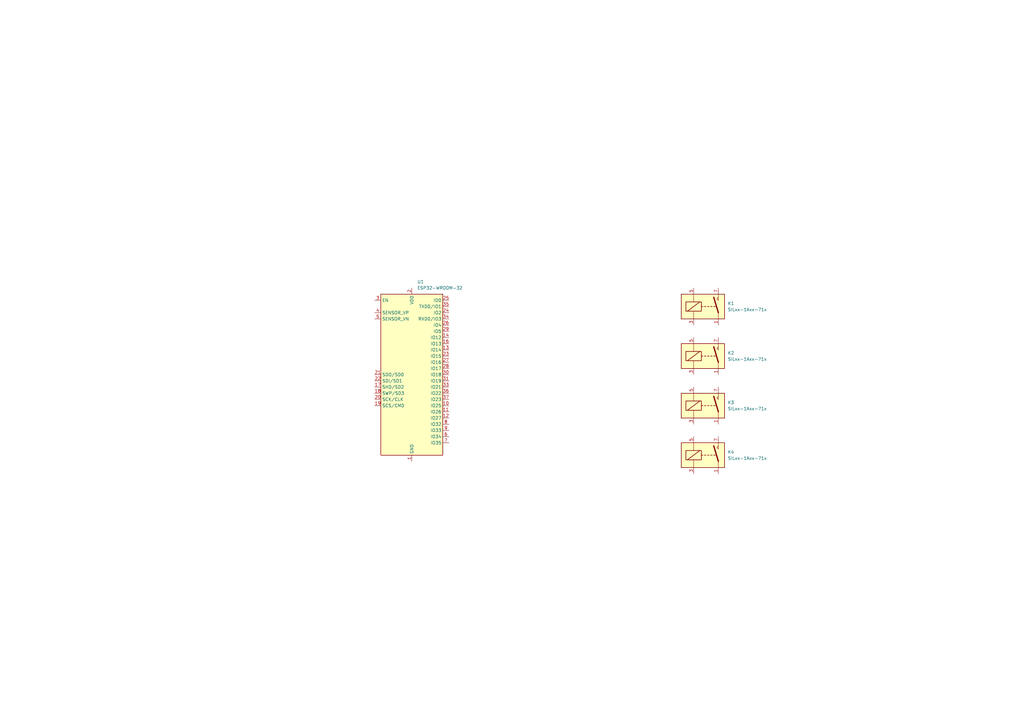
<source format=kicad_sch>
(kicad_sch (version 20231120) (generator "eeschema") (generator_version "8.0")
  (paper "A3")
  (title_block (title "CIRCUIT - AWDS") (date "31/07/2025") (rev "1"))
  (lib_symbols
    (symbol "RF_Module:ESP32-WROOM-32"
      (property "Reference" "U" (at -12.7 34.29 0))
      (property "Value" "ESP32-WROOM-32" (at 1.27 34.29 0))
      (symbol "ESP32-WROOM-32_0_1"
        (rectangle (start -12.7 33.02) (end 12.7 -33.02) (stroke (width 0.254)) (fill (type background)))
      )
      (symbol "ESP32-WROOM-32_1_1"
        (pin power_in line (at 0 -35.56 90) (length 2.54) (name "GND") (number "1"))
        (pin bidirectional line (at 15.24 -12.7 180) (length 2.54) (name "IO25") (number "10"))
        (pin bidirectional line (at 15.24 -15.24 180) (length 2.54) (name "IO26") (number "11"))
        (pin bidirectional line (at 15.24 -17.78 180) (length 2.54) (name "IO27") (number "12"))
        (pin bidirectional line (at 15.24 10.16 180) (length 2.54) (name "IO14") (number "13"))
        (pin bidirectional line (at 15.24 15.24 180) (length 2.54) (name "IO12") (number "14"))
        (pin passive line (at 0 -35.56 90) (length 2.54) hide (name "GND") (number "15"))
        (pin bidirectional line (at 15.24 12.7 180) (length 2.54) (name "IO13") (number "16"))
        (pin bidirectional line (at -15.24 -5.08 0) (length 2.54) (name "SHD/SD2") (number "17"))
        (pin bidirectional line (at -15.24 -7.62 0) (length 2.54) (name "SWP/SD3") (number "18"))
        (pin bidirectional line (at -15.24 -12.7 0) (length 2.54) (name "SCS/CMD") (number "19"))
        (pin power_in line (at 0 35.56 270) (length 2.54) (name "VDD") (number "2"))
        (pin bidirectional line (at -15.24 -10.16 0) (length 2.54) (name "SCK/CLK") (number "20"))
        (pin bidirectional line (at -15.24 0 0) (length 2.54) (name "SDO/SD0") (number "21"))
        (pin bidirectional line (at -15.24 -2.54 0) (length 2.54) (name "SDI/SD1") (number "22"))
        (pin bidirectional line (at 15.24 7.62 180) (length 2.54) (name "IO15") (number "23"))
        (pin bidirectional line (at 15.24 25.4 180) (length 2.54) (name "IO2") (number "24"))
        (pin bidirectional line (at 15.24 30.48 180) (length 2.54) (name "IO0") (number "25"))
        (pin bidirectional line (at 15.24 20.32 180) (length 2.54) (name "IO4") (number "26"))
        (pin bidirectional line (at 15.24 5.08 180) (length 2.54) (name "IO16") (number "27"))
        (pin bidirectional line (at 15.24 2.54 180) (length 2.54) (name "IO17") (number "28"))
        (pin bidirectional line (at 15.24 17.78 180) (length 2.54) (name "IO5") (number "29"))
        (pin input line (at -15.24 30.48 0) (length 2.54) (name "EN") (number "3"))
        (pin bidirectional line (at 15.24 0 180) (length 2.54) (name "IO18") (number "30"))
        (pin bidirectional line (at 15.24 -2.54 180) (length 2.54) (name "IO19") (number "31"))
        (pin no_connect line (at -12.7 -27.94 0) (length 2.54) hide (name "NC") (number "32"))
        (pin bidirectional line (at 15.24 -5.08 180) (length 2.54) (name "IO21") (number "33"))
        (pin bidirectional line (at 15.24 22.86 180) (length 2.54) (name "RXD0/IO3") (number "34"))
        (pin bidirectional line (at 15.24 27.94 180) (length 2.54) (name "TXD0/IO1") (number "35"))
        (pin bidirectional line (at 15.24 -7.62 180) (length 2.54) (name "IO22") (number "36"))
        (pin bidirectional line (at 15.24 -10.16 180) (length 2.54) (name "IO23") (number "37"))
        (pin passive line (at 0 -35.56 90) (length 2.54) hide (name "GND") (number "38"))
        (pin passive line (at 0 -35.56 90) (length 2.54) hide (name "GND") (number "39"))
        (pin input line (at -15.24 25.4 0) (length 2.54) (name "SENSOR_VP") (number "4"))
        (pin input line (at -15.24 22.86 0) (length 2.54) (name "SENSOR_VN") (number "5"))
        (pin input line (at 15.24 -25.4 180) (length 2.54) (name "IO34") (number "6"))
        (pin input line (at 15.24 -27.94 180) (length 2.54) (name "IO35") (number "7"))
        (pin bidirectional line (at 15.24 -20.32 180) (length 2.54) (name "IO32") (number "8"))
        (pin bidirectional line (at 15.24 -22.86 180) (length 2.54) (name "IO33") (number "9"))
      )
    )
    (symbol "Relay:SILxx-1Axx-71x"
      (property "Reference" "K" (at 8.89 3.81 0))
      (property "Value" "SILxx-1Axx-71x" (at 8.89 1.27 0))
      (symbol "SILxx-1Axx-71x_0_0"
        (polyline (pts (xy 5.08 5.08) (xy 5.08 2.54) (xy 4.445 3.175) (xy 5.08 3.81)))
      )
      (symbol "SILxx-1Axx-71x_0_1"
        (rectangle (start -10.16 5.08) (end 7.62 -5.08) (stroke (width 0.254)) (fill (type background)))
        (rectangle (start -8.255 1.905) (end -1.905 -1.905) (stroke (width 0.254)))
        (polyline (pts (xy -7.62 -1.905) (xy -2.54 1.905)) (stroke (width 0.254)))
        (polyline (pts (xy -5.08 -5.08) (xy -5.08 -1.905)))
        (polyline (pts (xy -5.08 5.08) (xy -5.08 1.905)))
        (polyline (pts (xy -1.905 0) (xy -1.27 0)) (stroke (width 0.254)))
        (polyline (pts (xy -0.635 0) (xy 0 0)) (stroke (width 0.254)))
        (polyline (pts (xy 0.635 0) (xy 1.27 0)) (stroke (width 0.254)))
        (polyline (pts (xy 1.905 0) (xy 2.54 0)) (stroke (width 0.254)))
        (polyline (pts (xy 3.175 0) (xy 3.81 0)) (stroke (width 0.254)))
        (polyline (pts (xy 5.08 -2.54) (xy 3.175 3.81)) (stroke (width 0.508)))
        (polyline (pts (xy 5.08 -2.54) (xy 5.08 -5.08)))
      )
      (symbol "SILxx-1Axx-71x_1_1"
        (pin passive line (at 5.08 -7.62 90) (length 2.54) (name "~") (number "1"))
        (pin passive line (at -5.08 -7.62 90) (length 2.54) (name "~") (number "3"))
        (pin passive line (at -5.08 7.62 270) (length 2.54) (name "~") (number "5"))
        (pin passive line (at 5.08 7.62 270) (length 2.54) (name "~") (number "7"))
      )
    )
  )
  (symbol (lib_id "RF_Module:ESP32-WROOM-32") (at 168.91 153.67 0) (unit 1)
    (property "Reference" "U1" (at 171.1041 115.57 0) (effects (justify left)))
    (property "Value" "ESP32-WROOM-32" (at 171.1041 118.11 0) (effects (justify left)))
    (property "Footprint" "RF_Module:ESP32-WROOM-32" (effects (hide yes)))
    (property "Datasheet" "https://www.espressif.com/sites/default/files/documentation/esp32-wroom-32_datasheet_en.pdf" (effects (hide yes)))
    (property "Description" "RF Module, ESP32-D0WDQ6 SoC, Wi-Fi 802.11b/g/n, Bluetooth, BLE, 32-bit, 2.7-3.6V, onboard antenna, SMD" (effects (hide yes)))
  )
  (symbol (lib_id "Relay:SILxx-1Axx-71x") (at 289.56 146.05 0) (unit 1)
    (property "Reference" "K2" (at 298.45 144.7799 0) (effects (justify left)))
    (property "Value" "SILxx-1Axx-71x" (at 298.45 147.3199 0) (effects (justify left)))
    (property "Footprint" "Relay_THT:Relay_SPST_StandexMeder_SIL_Form1A" (effects (hide yes)))
    (property "Datasheet" "https://standexelectronics.com/wp-content/uploads/datasheet_reed_relay_SIL.pdf" (effects (hide yes)))
    (property "Description" "Standex Meder SIL reed relay, SPST, Closing Contact" (effects (hide yes)))
  )
  (symbol (lib_id "Relay:SILxx-1Axx-71x") (at 289.56 125.73 0) (unit 1)
    (property "Reference" "K1" (at 298.45 124.4599 0) (effects (justify left)))
    (property "Value" "SILxx-1Axx-71x" (at 298.45 126.9999 0) (effects (justify left)))
    (property "Footprint" "Relay_THT:Relay_SPST_StandexMeder_SIL_Form1A" (effects (hide yes)))
    (property "Datasheet" "https://standexelectronics.com/wp-content/uploads/datasheet_reed_relay_SIL.pdf" (effects (hide yes)))
    (property "Description" "Standex Meder SIL reed relay, SPST, Closing Contact" (effects (hide yes)))
  )
  (symbol (lib_id "Relay:SILxx-1Axx-71x") (at 289.56 186.69 0) (unit 1)
    (property "Reference" "K4" (at 298.45 185.4199 0) (effects (justify left)))
    (property "Value" "SILxx-1Axx-71x" (at 298.45 187.9599 0) (effects (justify left)))
    (property "Footprint" "Relay_THT:Relay_SPST_StandexMeder_SIL_Form1A" (effects (hide yes)))
    (property "Datasheet" "https://standexelectronics.com/wp-content/uploads/datasheet_reed_relay_SIL.pdf" (effects (hide yes)))
    (property "Description" "Standex Meder SIL reed relay, SPST, Closing Contact" (effects (hide yes)))
  )
  (symbol (lib_id "Relay:SILxx-1Axx-71x") (at 289.56 166.37 0) (unit 1)
    (property "Reference" "K3" (at 298.45 165.0999 0) (effects (justify left)))
    (property "Value" "SILxx-1Axx-71x" (at 298.45 167.6399 0) (effects (justify left)))
    (property "Footprint" "Relay_THT:Relay_SPST_StandexMeder_SIL_Form1A" (effects (hide yes)))
    (property "Datasheet" "https://standexelectronics.com/wp-content/uploads/datasheet_reed_relay_SIL.pdf" (effects (hide yes)))
    (property "Description" "Standex Meder SIL reed relay, SPST, Closing Contact" (effects (hide yes)))
  )
)
</source>
